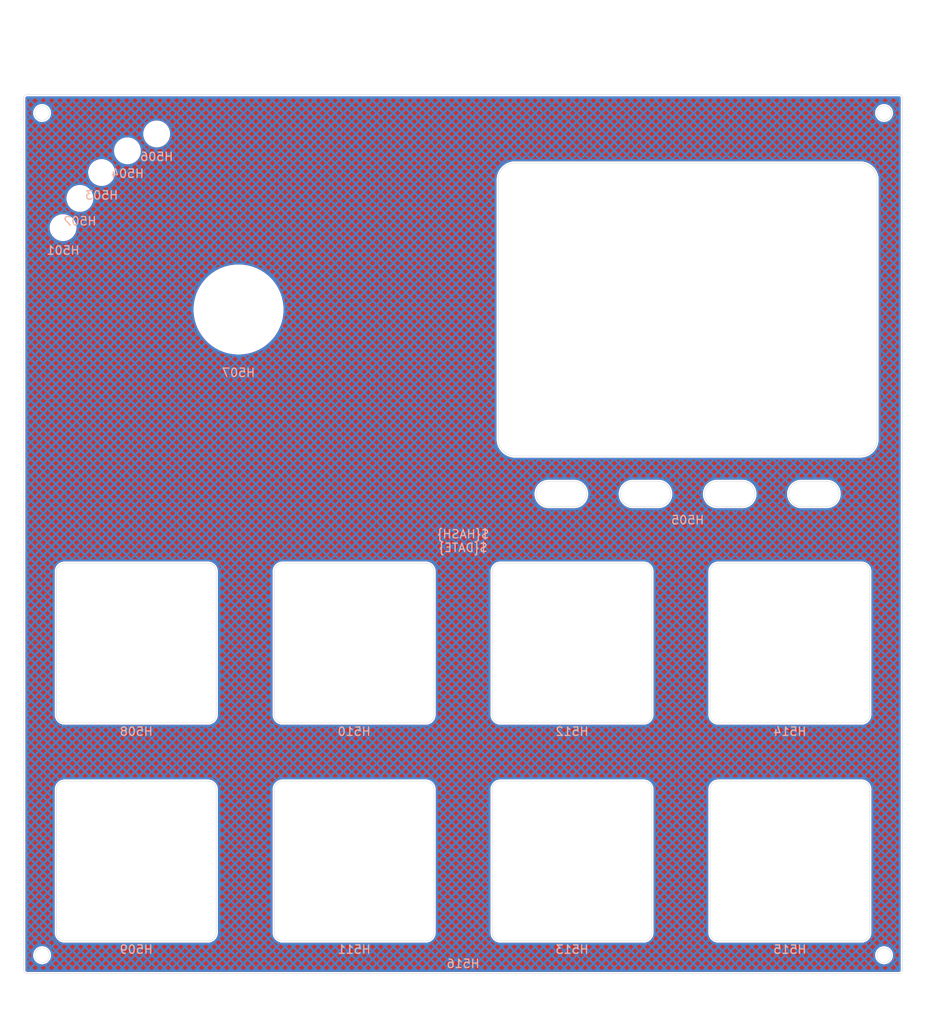
<source format=kicad_pcb>
(kicad_pcb (version 20240108) (generator "pcbnew") (generator_version "8.0")
  (layers (0 "F.Cu" signal) (31 "B.Cu" signal) (34 "B.Paste" user) (35 "F.Paste" user) (36 "B.SilkS" user "B.Silkscreen") (37 "F.SilkS" user "F.Silkscreen") (38 "B.Mask" user) (39 "F.Mask" user) (44 "Edge.Cuts" user))
  (net 0 "")
  (footprint "suku_basics:FP_BUTTON" (layer "F.Cu") (at 61.185625 138.814375)
    (property "Reference" "H509" (at 0 10.5 0) (layer "B.SilkS") (effects (justify mirror)))
    (property "Value" "Button")
    (fp_line (start -9.5 8.5) (end -9.5 -8.5) (stroke (width 0.05)) (layer "Edge.Cuts"))
    (fp_line (start -8.5 -9.5) (end 8.5 -9.5) (stroke (width 0.05)) (layer "Edge.Cuts"))
    (fp_line (start 8.5 9.5) (end -8.5 9.5) (stroke (width 0.05)) (layer "Edge.Cuts"))
    (fp_line (start 9.5 -8.5) (end 9.5 8.5) (stroke (width 0.05)) (layer "Edge.Cuts"))
    (fp_arc (start -9.5 -8.5) (mid -9.207089 -9.207089) (end -8.5 -9.5) (stroke (width 0.05)) (layer "Edge.Cuts"))
    (fp_arc (start -8.5 9.5) (mid -9.207114 9.207114) (end -9.5 8.5) (stroke (width 0.05)) (layer "Edge.Cuts"))
    (fp_arc (start 8.5 -9.5) (mid 9.207107 -9.207107) (end 9.5 -8.5) (stroke (width 0.05)) (layer "Edge.Cuts"))
    (fp_arc (start 9.5 8.5) (mid 9.207124 9.207124) (end 8.5 9.5) (stroke (width 0.05)) (layer "Edge.Cuts"))
  )
  (footprint "suku_basics:FP_BUTTON" (layer "F.Cu") (at 87.061875 138.814375)
    (property "Reference" "H511" (at 0 10.5 0) (layer "B.SilkS") (effects (justify mirror)))
    (property "Value" "Button")
    (fp_line (start -9.5 8.5) (end -9.5 -8.5) (stroke (width 0.05)) (layer "Edge.Cuts"))
    (fp_line (start -8.5 -9.5) (end 8.5 -9.5) (stroke (width 0.05)) (layer "Edge.Cuts"))
    (fp_line (start 8.5 9.5) (end -8.5 9.5) (stroke (width 0.05)) (layer "Edge.Cuts"))
    (fp_line (start 9.5 -8.5) (end 9.5 8.5) (stroke (width 0.05)) (layer "Edge.Cuts"))
    (fp_arc (start -9.5 -8.5) (mid -9.207089 -9.207089) (end -8.5 -9.5) (stroke (width 0.05)) (layer "Edge.Cuts"))
    (fp_arc (start -8.5 9.5) (mid -9.207114 9.207114) (end -9.5 8.5) (stroke (width 0.05)) (layer "Edge.Cuts"))
    (fp_arc (start 8.5 -9.5) (mid 9.207107 -9.207107) (end 9.5 -8.5) (stroke (width 0.05)) (layer "Edge.Cuts"))
    (fp_arc (start 9.5 8.5) (mid 9.207124 9.207124) (end 8.5 9.5) (stroke (width 0.05)) (layer "Edge.Cuts"))
  )
  (footprint "suku_basics:FP_BUTTON" (layer "F.Cu") (at 112.938125 112.938125)
    (property "Reference" "H512" (at 0 10.5 0) (layer "B.SilkS") (effects (justify mirror)))
    (property "Value" "Button")
    (fp_line (start -9.5 8.5) (end -9.5 -8.5) (stroke (width 0.05)) (layer "Edge.Cuts"))
    (fp_line (start -8.5 -9.5) (end 8.5 -9.5) (stroke (width 0.05)) (layer "Edge.Cuts"))
    (fp_line (start 8.5 9.5) (end -8.5 9.5) (stroke (width 0.05)) (layer "Edge.Cuts"))
    (fp_line (start 9.5 -8.5) (end 9.5 8.5) (stroke (width 0.05)) (layer "Edge.Cuts"))
    (fp_arc (start -9.5 -8.5) (mid -9.207089 -9.207089) (end -8.5 -9.5) (stroke (width 0.05)) (layer "Edge.Cuts"))
    (fp_arc (start -8.5 9.5) (mid -9.207114 9.207114) (end -9.5 8.5) (stroke (width 0.05)) (layer "Edge.Cuts"))
    (fp_arc (start 8.5 -9.5) (mid 9.207107 -9.207107) (end 9.5 -8.5) (stroke (width 0.05)) (layer "Edge.Cuts"))
    (fp_arc (start 9.5 8.5) (mid 9.207124 9.207124) (end 8.5 9.5) (stroke (width 0.05)) (layer "Edge.Cuts"))
  )
  (footprint "suku_basics:FP_LED" (layer "F.Cu") (at 63.60978 52.484921)
    (property "Reference" "H506" (at 0 2.7 0) (layer "B.SilkS") (effects (justify mirror)))
    (property "Value" "LED")
    (pad "" np_thru_hole circle (at 0 0 90) (size 1.5 1.5) (drill 3) (layers "F&B.Cu" "*.Mask"))
  )
  (footprint "suku_basics:FP_LED" (layer "F.Cu") (at 57.066544 57.066544)
    (property "Reference" "H503" (at 0 2.7 0) (layer "B.SilkS") (effects (justify mirror)))
    (property "Value" "LED")
    (pad "" np_thru_hole circle (at 0 0 90) (size 1.5 1.5) (drill 3) (layers "F&B.Cu" "*.Mask"))
  )
  (footprint "suku_basics:FP_BUTTON" (layer "F.Cu") (at 138.814375 138.814375)
    (property "Reference" "H515" (at 0 10.5 0) (layer "B.SilkS") (effects (justify mirror)))
    (property "Value" "Button")
    (fp_line (start -9.5 8.5) (end -9.5 -8.5) (stroke (width 0.05)) (layer "Edge.Cuts"))
    (fp_line (start -8.5 -9.5) (end 8.5 -9.5) (stroke (width 0.05)) (layer "Edge.Cuts"))
    (fp_line (start 8.5 9.5) (end -8.5 9.5) (stroke (width 0.05)) (layer "Edge.Cuts"))
    (fp_line (start 9.5 -8.5) (end 9.5 8.5) (stroke (width 0.05)) (layer "Edge.Cuts"))
    (fp_arc (start -9.5 -8.5) (mid -9.207089 -9.207089) (end -8.5 -9.5) (stroke (width 0.05)) (layer "Edge.Cuts"))
    (fp_arc (start -8.5 9.5) (mid -9.207114 9.207114) (end -9.5 8.5) (stroke (width 0.05)) (layer "Edge.Cuts"))
    (fp_arc (start 8.5 -9.5) (mid 9.207107 -9.207107) (end 9.5 -8.5) (stroke (width 0.05)) (layer "Edge.Cuts"))
    (fp_arc (start 9.5 8.5) (mid 9.207124 9.207124) (end 8.5 9.5) (stroke (width 0.05)) (layer "Edge.Cuts"))
  )
  (footprint "suku_basics:FP_BUTTON" (layer "F.Cu") (at 138.814375 112.938125)
    (property "Reference" "H514" (at 0 10.5 0) (layer "B.SilkS") (effects (justify mirror)))
    (property "Value" "Button")
    (fp_line (start -9.5 8.5) (end -9.5 -8.5) (stroke (width 0.05)) (layer "Edge.Cuts"))
    (fp_line (start -8.5 -9.5) (end 8.5 -9.5) (stroke (width 0.05)) (layer "Edge.Cuts"))
    (fp_line (start 8.5 9.5) (end -8.5 9.5) (stroke (width 0.05)) (layer "Edge.Cuts"))
    (fp_line (start 9.5 -8.5) (end 9.5 8.5) (stroke (width 0.05)) (layer "Edge.Cuts"))
    (fp_arc (start -9.5 -8.5) (mid -9.207089 -9.207089) (end -8.5 -9.5) (stroke (width 0.05)) (layer "Edge.Cuts"))
    (fp_arc (start -8.5 9.5) (mid -9.207114 9.207114) (end -9.5 8.5) (stroke (width 0.05)) (layer "Edge.Cuts"))
    (fp_arc (start 8.5 -9.5) (mid 9.207107 -9.207107) (end 9.5 -8.5) (stroke (width 0.05)) (layer "Edge.Cuts"))
    (fp_arc (start 9.5 8.5) (mid 9.207124 9.207124) (end 8.5 9.5) (stroke (width 0.05)) (layer "Edge.Cuts"))
  )
  (footprint "suku_basics:FP_BUTTON" (layer "F.Cu") (at 61.185625 112.938125)
    (property "Reference" "H508" (at 0 10.5 0) (layer "B.SilkS") (effects (justify mirror)))
    (property "Value" "Button")
    (fp_line (start -9.5 8.5) (end -9.5 -8.5) (stroke (width 0.05)) (layer "Edge.Cuts"))
    (fp_line (start -8.5 -9.5) (end 8.5 -9.5) (stroke (width 0.05)) (layer "Edge.Cuts"))
    (fp_line (start 8.5 9.5) (end -8.5 9.5) (stroke (width 0.05)) (layer "Edge.Cuts"))
    (fp_line (start 9.5 -8.5) (end 9.5 8.5) (stroke (width 0.05)) (layer "Edge.Cuts"))
    (fp_arc (start -9.5 -8.5) (mid -9.207089 -9.207089) (end -8.5 -9.5) (stroke (width 0.05)) (layer "Edge.Cuts"))
    (fp_arc (start -8.5 9.5) (mid -9.207114 9.207114) (end -9.5 8.5) (stroke (width 0.05)) (layer "Edge.Cuts"))
    (fp_arc (start 8.5 -9.5) (mid 9.207107 -9.207107) (end 9.5 -8.5) (stroke (width 0.05)) (layer "Edge.Cuts"))
    (fp_arc (start 9.5 8.5) (mid 9.207124 9.207124) (end 8.5 9.5) (stroke (width 0.05)) (layer "Edge.Cuts"))
  )
  (footprint "suku_basics:FP_BUTTON" (layer "F.Cu") (at 87.061875 112.938125)
    (property "Reference" "H510" (at 0 10.5 0) (layer "B.SilkS") (effects (justify mirror)))
    (property "Value" "Button")
    (fp_line (start -9.5 8.5) (end -9.5 -8.5) (stroke (width 0.05)) (layer "Edge.Cuts"))
    (fp_line (start -8.5 -9.5) (end 8.5 -9.5) (stroke (width 0.05)) (layer "Edge.Cuts"))
    (fp_line (start 8.5 9.5) (end -8.5 9.5) (stroke (width 0.05)) (layer "Edge.Cuts"))
    (fp_line (start 9.5 -8.5) (end 9.5 8.5) (stroke (width 0.05)) (layer "Edge.Cuts"))
    (fp_arc (start -9.5 -8.5) (mid -9.207089 -9.207089) (end -8.5 -9.5) (stroke (width 0.05)) (layer "Edge.Cuts"))
    (fp_arc (start -8.5 9.5) (mid -9.207114 9.207114) (end -9.5 8.5) (stroke (width 0.05)) (layer "Edge.Cuts"))
    (fp_arc (start 8.5 -9.5) (mid 9.207107 -9.207107) (end 9.5 -8.5) (stroke (width 0.05)) (layer "Edge.Cuts"))
    (fp_arc (start 9.5 8.5) (mid 9.207124 9.207124) (end 8.5 9.5) (stroke (width 0.05)) (layer "Edge.Cuts"))
  )
  (footprint "suku_basics:FP_BUTTON" (layer "F.Cu") (at 112.938125 138.814375)
    (property "Reference" "H513" (at 0 10.5 0) (layer "B.SilkS") (effects (justify mirror)))
    (property "Value" "Button")
    (fp_line (start -9.5 8.5) (end -9.5 -8.5) (stroke (width 0.05)) (layer "Edge.Cuts"))
    (fp_line (start -8.5 -9.5) (end 8.5 -9.5) (stroke (width 0.05)) (layer "Edge.Cuts"))
    (fp_line (start 8.5 9.5) (end -8.5 9.5) (stroke (width 0.05)) (layer "Edge.Cuts"))
    (fp_line (start 9.5 -8.5) (end 9.5 8.5) (stroke (width 0.05)) (layer "Edge.Cuts"))
    (fp_arc (start -9.5 -8.5) (mid -9.207089 -9.207089) (end -8.5 -9.5) (stroke (width 0.05)) (layer "Edge.Cuts"))
    (fp_arc (start -8.5 9.5) (mid -9.207114 9.207114) (end -9.5 8.5) (stroke (width 0.05)) (layer "Edge.Cuts"))
    (fp_arc (start 8.5 -9.5) (mid 9.207107 -9.207107) (end 9.5 -8.5) (stroke (width 0.05)) (layer "Edge.Cuts"))
    (fp_arc (start 9.5 8.5) (mid 9.207124 9.207124) (end 8.5 9.5) (stroke (width 0.05)) (layer "Edge.Cuts"))
  )
  (footprint "suku_basics:FP_ENDLESS" (layer "F.Cu") (at 73.33 73.33)
    (property "Reference" "H507" (at 0 7.5 0) (layer "B.SilkS") (effects (justify mirror)))
    (property "Value" "Endless")
    (pad "" np_thru_hole circle (at 0 0 90) (size 1.5 1.5) (drill 10.5) (layers "F&B.Cu" "*.Mask"))
  )
  (footprint "suku_basics:FP_LED" (layer "F.Cu") (at 54.489503 60.137742)
    (property "Reference" "H502" (at 0 2.7 0) (layer "B.SilkS") (effects (justify mirror)))
    (property "Value" "LED")
    (pad "" np_thru_hole circle (at 0 0 90) (size 1.5 1.5) (drill 3) (layers "F&B.Cu" "*.Mask"))
  )
  (footprint "suku_basics:FP_OUTLINE" (layer "F.Cu") (at 100 100)
    (property "Reference" "H516" (at 0 51 0) (layer "B.SilkS") (effects (justify mirror)))
    (property "Value" "Outline")
    (fp_line (start -52.175 51.8) (end -52.175 -51.8) (stroke (width 0.05)) (layer "Edge.Cuts"))
    (fp_line (start -51.8 -52.175) (end 51.8 -52.175) (stroke (width 0.05)) (layer "Edge.Cuts"))
    (fp_line (start 51.8 52.175) (end -51.8 52.175) (stroke (width 0.05)) (layer "Edge.Cuts"))
    (fp_line (start 52.175 -51.8) (end 52.175 51.8) (stroke (width 0.05)) (layer "Edge.Cuts"))
    (fp_arc (start -52.175 -51.8) (mid -52.065165 -52.065165) (end -51.8 -52.175) (stroke (width 0.05)) (layer "Edge.Cuts"))
    (fp_arc (start -51.8 52.175) (mid -52.065165 52.065165) (end -52.175 51.8) (stroke (width 0.05)) (layer "Edge.Cuts"))
    (fp_arc (start 51.8 -52.175) (mid 52.065165 -52.065165) (end 52.175 -51.8) (stroke (width 0.05)) (layer "Edge.Cuts"))
    (fp_arc (start 52.175 51.8) (mid 52.065165 52.065165) (end 51.8 52.175) (stroke (width 0.05)) (layer "Edge.Cuts"))
    (fp_circle (center -50 -50) (end -49.125 -50) (stroke (width 0.05)) (fill none) (layer "Edge.Cuts"))
    (fp_circle (center -50 50) (end -49.125 50) (stroke (width 0.05)) (fill none) (layer "Edge.Cuts"))
    (fp_circle (center 50 -50) (end 50.875 -50) (stroke (width 0.05)) (fill none) (layer "Edge.Cuts"))
    (fp_circle (center 50 50) (end 50.875 50) (stroke (width 0.05)) (fill none) (layer "Edge.Cuts"))
  )
  (footprint "suku_basics:FP_LED" (layer "F.Cu") (at 60.137742 54.489503)
    (property "Reference" "H504" (at 0 2.7 0) (layer "B.SilkS") (effects (justify mirror)))
    (property "Value" "LED")
    (pad "" np_thru_hole circle (at 0 0 90) (size 1.5 1.5) (drill 3) (layers "F&B.Cu" "*.Mask"))
  )
  (footprint "suku_basics:FP_SCREEN" (layer "F.Cu") (at 126.67 73.33)
    (property "Reference" "H505" (at 0 25 0) (layer "B.SilkS") (effects (justify mirror)))
    (property "Value" "Screen")
    (fp_line (start -22.5 15.4) (end -22.5 -15.4) (stroke (width 0.05)) (layer "Edge.Cuts"))
    (fp_line (start -20.5 -17.4) (end 20.5 -17.4) (stroke (width 0.05)) (layer "Edge.Cuts"))
    (fp_line (start -16.5 20.4) (end -13.5 20.4) (stroke (width 0.05)) (layer "Edge.Cuts"))
    (fp_line (start -13.5 23.4) (end -16.5 23.4) (stroke (width 0.05)) (layer "Edge.Cuts"))
    (fp_line (start -6.5 20.4) (end -3.5 20.4) (stroke (width 0.05)) (layer "Edge.Cuts"))
    (fp_line (start -3.5 23.4) (end -6.5 23.4) (stroke (width 0.05)) (layer "Edge.Cuts"))
    (fp_line (start 3.5 20.4) (end 6.5 20.4) (stroke (width 0.05)) (layer "Edge.Cuts"))
    (fp_line (start 6.5 23.4) (end 3.5 23.4) (stroke (width 0.05)) (layer "Edge.Cuts"))
    (fp_line (start 13.5 20.4) (end 16.5 20.4) (stroke (width 0.05)) (layer "Edge.Cuts"))
    (fp_line (start 16.5 23.4) (end 13.5 23.4) (stroke (width 0.05)) (layer "Edge.Cuts"))
    (fp_line (start 20.5 17.4) (end -20.5 17.4) (stroke (width 0.05)) (layer "Edge.Cuts"))
    (fp_line (start 22.5 -15.4) (end 22.5 15.4) (stroke (width 0.05)) (layer "Edge.Cuts"))
    (fp_arc (start -22.5 -15.4) (mid -21.914214 -16.814214) (end -20.5 -17.4) (stroke (width 0.05)) (layer "Edge.Cuts"))
    (fp_arc (start -20.5 17.4) (mid -21.914214 16.814214) (end -22.5 15.4) (stroke (width 0.05)) (layer "Edge.Cuts"))
    (fp_arc (start -18 21.9) (mid -17.56066 20.83934) (end -16.5 20.4) (stroke (width 0.05)) (layer "Edge.Cuts"))
    (fp_arc (start -16.5 23.4) (mid -17.56066 22.96066) (end -18 21.9) (stroke (width 0.05)) (layer "Edge.Cuts"))
    (fp_arc (start -13.5 20.4) (mid -12.43934 20.83934) (end -12 21.9) (stroke (width 0.05)) (layer "Edge.Cuts"))
    (fp_arc (start -12 21.9) (mid -12.43934 22.96066) (end -13.5 23.4) (stroke (width 0.05)) (layer "Edge.Cuts"))
    (fp_arc (start -8 21.9) (mid -7.56066 20.83934) (end -6.5 20.4) (stroke (width 0.05)) (layer "Edge.Cuts"))
    (fp_arc (start -6.5 23.4) (mid -7.56066 22.96066) (end -8 21.9) (stroke (width 0.05)) (layer "Edge.Cuts"))
    (fp_arc (start -3.5 20.4) (mid -2.43934 20.83934) (end -2 21.9) (stroke (width 0.05)) (layer "Edge.Cuts"))
    (fp_arc (start -2 21.9) (mid -2.43934 22.96066) (end -3.5 23.4) (stroke (width 0.05)) (layer "Edge.Cuts"))
    (fp_arc (start 2 21.9) (mid 2.43934 20.83934) (end 3.5 20.4) (stroke (width 0.05)) (layer "Edge.Cuts"))
    (fp_arc (start 3.5 23.4) (mid 2.43934 22.96066) (end 2 21.9) (stroke (width 0.05)) (layer "Edge.Cuts"))
    (fp_arc (start 6.5 20.4) (mid 7.56066 20.83934) (end 8 21.9) (stroke (width 0.05)) (layer "Edge.Cuts"))
    (fp_arc (start 8 21.9) (mid 7.56066 22.96066) (end 6.5 23.4) (stroke (width 0.05)) (layer "Edge.Cuts"))
    (fp_arc (start 12 21.9) (mid 12.43934 20.83934) (end 13.5 20.4) (stroke (width 0.05)) (layer "Edge.Cuts"))
    (fp_arc (start 13.5 23.4) (mid 12.43934 22.96066) (end 12 21.9) (stroke (width 0.05)) (layer "Edge.Cuts"))
    (fp_arc (start 16.5 20.4) (mid 17.56066 20.83934) (end 18 21.9) (stroke (width 0.05)) (layer "Edge.Cuts"))
    (fp_arc (start 18 21.9) (mid 17.56066 22.96066) (end 16.5 23.4) (stroke (width 0.05)) (layer "Edge.Cuts"))
    (fp_arc (start 20.5 -17.4) (mid 21.914214 -16.814214) (end 22.5 -15.4) (stroke (width 0.05)) (layer "Edge.Cuts"))
    (fp_arc (start 22.5 15.4) (mid 21.914214 16.814214) (end 20.5 17.4) (stroke (width 0.05)) (layer "Edge.Cuts"))
  )
  (footprint "suku_basics:FP_LED" (layer "F.Cu") (at 52.484921 63.60978)
    (property "Reference" "H501" (at 0 2.7 0) (layer "B.SilkS") (effects (justify mirror)))
    (property "Value" "LED")
    (pad "" np_thru_hole circle (at 0 0 90) (size 1.5 1.5) (drill 3) (layers "F&B.Cu" "*.Mask"))
  )
  (gr_text "${PROJECTNAME}\n${HASH}\n${DATE}" (at 100 100 0) (layer "B.SilkS") (effects (font (size 1 1)) (justify mirror)))
  (zone (net 0) (net_name "") (layer "F.Cu") (connect_pads (clearance 0.254)) (min_thickness 0.1524) (fill yes (thermal_gap 0.508) (thermal_bridge_width 0.254) (island_removal_mode 1) (island_area_min 10))
    (polygon (pts (xy 45 45) (xy 54 45) (xy 55 41) (xy 57 41) (xy 58 45) (xy 155 45) (xy 155 155) (xy 45 155)))
  )
  (zone (net 0) (net_name "") (layer "B.Cu") (connect_pads (clearance 0.254)) (min_thickness 0.1524) (fill yes (mode hatch) (thermal_gap 0.508) (thermal_bridge_width 0.254) (island_removal_mode 1) (island_area_min 10) (hatch_thickness 0.25) (hatch_gap 0.45) (hatch_orientation 45) (hatch_border_algorithm hatch_thickness) (hatch_min_hole_area 0.3))
    (polygon (pts (xy 45 45) (xy 46 41) (xy 48 41) (xy 49 45) (xy 155 45) (xy 155 155) (xy 45 155)))
  )
)
</source>
